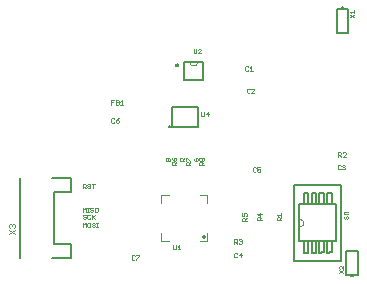
<source format=gto>
G75*
G70*
%OFA0B0*%
%FSLAX24Y24*%
%IPPOS*%
%LPD*%
%AMOC8*
5,1,8,0,0,1.08239X$1,22.5*
%
%ADD10C,0.0020*%
%ADD11C,0.0060*%
%ADD12C,0.0000*%
%ADD13C,0.0010*%
%ADD14C,0.0050*%
%ADD15C,0.0040*%
%ADD16C,0.0139*%
%ADD17C,0.0080*%
D10*
X025606Y006665D02*
X025606Y006805D01*
X025653Y006759D01*
X025699Y006805D01*
X025699Y006665D01*
X025753Y006689D02*
X025777Y006665D01*
X025823Y006665D01*
X025847Y006689D01*
X025847Y006782D01*
X025823Y006805D01*
X025777Y006805D01*
X025753Y006782D01*
X025753Y006689D01*
X025900Y006689D02*
X025924Y006665D01*
X025971Y006665D01*
X025994Y006689D01*
X025994Y006712D01*
X025971Y006735D01*
X025924Y006735D01*
X025900Y006759D01*
X025900Y006782D01*
X025924Y006805D01*
X025971Y006805D01*
X025994Y006782D01*
X026048Y006805D02*
X026095Y006805D01*
X026071Y006805D02*
X026071Y006665D01*
X026048Y006665D02*
X026095Y006665D01*
X025994Y006941D02*
X025924Y007011D01*
X025900Y006988D02*
X025994Y007081D01*
X025900Y007081D02*
X025900Y006941D01*
X025847Y006964D02*
X025823Y006941D01*
X025777Y006941D01*
X025753Y006964D01*
X025753Y007058D01*
X025777Y007081D01*
X025823Y007081D01*
X025847Y007058D01*
X025875Y007177D02*
X025851Y007201D01*
X025875Y007177D02*
X025921Y007177D01*
X025945Y007201D01*
X025945Y007224D01*
X025921Y007247D01*
X025875Y007247D01*
X025851Y007271D01*
X025851Y007294D01*
X025875Y007317D01*
X025921Y007317D01*
X025945Y007294D01*
X025999Y007294D02*
X025999Y007201D01*
X026022Y007177D01*
X026069Y007177D01*
X026092Y007201D01*
X026092Y007294D01*
X026069Y007317D01*
X026022Y007317D01*
X025999Y007294D01*
X025800Y007317D02*
X025753Y007317D01*
X025777Y007317D02*
X025777Y007177D01*
X025800Y007177D02*
X025753Y007177D01*
X025699Y007177D02*
X025699Y007317D01*
X025653Y007271D01*
X025606Y007317D01*
X025606Y007177D01*
X025629Y007081D02*
X025606Y007058D01*
X025606Y007034D01*
X025629Y007011D01*
X025676Y007011D01*
X025699Y006988D01*
X025699Y006964D01*
X025676Y006941D01*
X025629Y006941D01*
X025606Y006964D01*
X025629Y007081D02*
X025676Y007081D01*
X025699Y007058D01*
X025699Y007965D02*
X025653Y008011D01*
X025676Y008011D02*
X025606Y008011D01*
X025606Y007965D02*
X025606Y008105D01*
X025676Y008105D01*
X025699Y008081D01*
X025699Y008035D01*
X025676Y008011D01*
X025753Y007988D02*
X025777Y007965D01*
X025823Y007965D01*
X025847Y007988D01*
X025847Y008011D01*
X025823Y008035D01*
X025777Y008035D01*
X025753Y008058D01*
X025753Y008081D01*
X025777Y008105D01*
X025823Y008105D01*
X025847Y008081D01*
X025900Y008105D02*
X025994Y008105D01*
X025947Y008105D02*
X025947Y007965D01*
X028359Y008870D02*
X028359Y008940D01*
X028382Y008964D01*
X028406Y008964D01*
X028429Y008940D01*
X028429Y008870D01*
X028499Y008870D02*
X028359Y008870D01*
X028429Y008940D02*
X028453Y008964D01*
X028476Y008964D01*
X028499Y008940D01*
X028499Y008870D01*
X028832Y008870D02*
X028832Y008940D01*
X028855Y008964D01*
X028902Y008964D01*
X028925Y008940D01*
X028925Y008870D01*
X028972Y008870D02*
X028832Y008870D01*
X028925Y008917D02*
X028972Y008964D01*
X029304Y008940D02*
X029304Y008893D01*
X029327Y008870D01*
X029421Y008870D01*
X029444Y008893D01*
X029444Y008940D01*
X029421Y008964D01*
X029374Y008964D01*
X029374Y008917D01*
X029327Y008964D02*
X029304Y008940D01*
X029578Y010358D02*
X029625Y010358D01*
X029648Y010382D01*
X029648Y010498D01*
X029702Y010428D02*
X029795Y010428D01*
X029772Y010358D02*
X029772Y010498D01*
X029702Y010428D01*
X029578Y010358D02*
X029555Y010382D01*
X029555Y010498D01*
X029532Y012467D02*
X029438Y012467D01*
X029532Y012560D01*
X029532Y012583D01*
X029508Y012607D01*
X029461Y012607D01*
X029438Y012583D01*
X029384Y012607D02*
X029384Y012490D01*
X029361Y012467D01*
X029314Y012467D01*
X029291Y012490D01*
X029291Y012607D01*
X034503Y013654D02*
X034643Y013748D01*
X034643Y013802D02*
X034643Y013895D01*
X034643Y013848D02*
X034503Y013848D01*
X034550Y013802D01*
X034503Y013748D02*
X034643Y013654D01*
X034441Y007185D02*
X034324Y007185D01*
X034301Y007161D01*
X034301Y007115D01*
X034324Y007091D01*
X034441Y007091D01*
X034417Y007038D02*
X034441Y007014D01*
X034441Y006967D01*
X034417Y006944D01*
X034394Y006944D01*
X034371Y006967D01*
X034347Y006944D01*
X034324Y006944D01*
X034301Y006967D01*
X034301Y007014D01*
X034324Y007038D01*
X034371Y006991D02*
X034371Y006967D01*
X034287Y005371D02*
X034287Y005277D01*
X034193Y005371D01*
X034170Y005371D01*
X034147Y005347D01*
X034147Y005301D01*
X034170Y005277D01*
X034147Y005223D02*
X034287Y005130D01*
X034287Y005223D02*
X034147Y005130D01*
X028853Y005925D02*
X028760Y005925D01*
X028806Y005925D02*
X028806Y006065D01*
X028760Y006018D01*
X028706Y006065D02*
X028706Y005948D01*
X028682Y005925D01*
X028636Y005925D01*
X028612Y005948D01*
X028612Y006065D01*
D11*
X032820Y006203D02*
X034040Y006203D01*
X034040Y007423D01*
X032820Y007423D01*
X032820Y006203D01*
X032970Y006203D02*
X032970Y005813D01*
X033120Y005813D01*
X033120Y006203D01*
X032970Y006203D01*
X033230Y006203D02*
X033230Y005813D01*
X033380Y005813D01*
X033380Y006203D01*
X033230Y006203D01*
X033480Y006203D02*
X033480Y005813D01*
X033630Y005823D01*
X033630Y006203D01*
X033480Y006203D01*
X033740Y006203D02*
X033740Y005813D01*
X033890Y005823D01*
X033890Y006203D01*
X033740Y006203D01*
X033740Y007423D02*
X033740Y007813D01*
X033890Y007813D01*
X033890Y007423D01*
X033740Y007423D01*
X033630Y007423D02*
X033630Y007813D01*
X033480Y007813D01*
X033480Y007423D01*
X033630Y007423D01*
X033380Y007423D02*
X033380Y007813D01*
X033230Y007813D01*
X033230Y007423D01*
X033380Y007423D01*
X033120Y007423D02*
X033120Y007813D01*
X032970Y007803D01*
X032970Y007423D01*
X033120Y007423D01*
X029591Y011554D02*
X028971Y011554D01*
X028971Y012174D01*
X029161Y012174D01*
X029401Y012174D01*
X029591Y012174D01*
X029591Y011554D01*
X028771Y012064D02*
X028770Y012073D01*
X028765Y012082D01*
X028759Y012088D01*
X028750Y012093D01*
X028741Y012094D01*
X028732Y012093D01*
X028723Y012088D01*
X028717Y012082D01*
X028712Y012073D01*
X028711Y012064D01*
X028712Y012055D01*
X028717Y012046D01*
X028723Y012040D01*
X028732Y012035D01*
X028741Y012034D01*
X028750Y012035D01*
X028759Y012040D01*
X028765Y012046D01*
X028770Y012055D01*
X028771Y012064D01*
D12*
X029161Y012174D02*
X029163Y012153D01*
X029168Y012133D01*
X029177Y012114D01*
X029189Y012097D01*
X029204Y012082D01*
X029221Y012070D01*
X029240Y012061D01*
X029260Y012056D01*
X029281Y012054D01*
X029302Y012056D01*
X029322Y012061D01*
X029341Y012070D01*
X029358Y012082D01*
X029373Y012097D01*
X029385Y012114D01*
X029394Y012133D01*
X029399Y012153D01*
X029401Y012174D01*
X032820Y006933D02*
X032841Y006931D01*
X032861Y006926D01*
X032880Y006917D01*
X032897Y006905D01*
X032912Y006890D01*
X032924Y006873D01*
X032933Y006854D01*
X032938Y006834D01*
X032940Y006813D01*
X032938Y006792D01*
X032933Y006772D01*
X032924Y006753D01*
X032912Y006736D01*
X032897Y006721D01*
X032880Y006709D01*
X032861Y006700D01*
X032841Y006695D01*
X032820Y006693D01*
D13*
X032220Y006887D02*
X032070Y006887D01*
X032070Y006962D01*
X032095Y006987D01*
X032145Y006987D01*
X032170Y006962D01*
X032170Y006887D01*
X032170Y006937D02*
X032220Y006987D01*
X032220Y007034D02*
X032220Y007134D01*
X032220Y007084D02*
X032070Y007084D01*
X032120Y007034D01*
X031566Y006987D02*
X031516Y006937D01*
X031516Y006962D02*
X031516Y006887D01*
X031566Y006887D02*
X031416Y006887D01*
X031416Y006962D01*
X031441Y006987D01*
X031491Y006987D01*
X031516Y006962D01*
X031491Y007034D02*
X031491Y007134D01*
X031416Y007109D02*
X031491Y007034D01*
X031566Y007109D02*
X031416Y007109D01*
X031063Y007097D02*
X031063Y007047D01*
X031037Y007022D01*
X030987Y007022D02*
X030962Y007072D01*
X030962Y007097D01*
X030987Y007122D01*
X031037Y007122D01*
X031063Y007097D01*
X030987Y007022D02*
X030912Y007022D01*
X030912Y007122D01*
X030937Y006975D02*
X030987Y006975D01*
X031012Y006950D01*
X031012Y006875D01*
X031012Y006925D02*
X031063Y006975D01*
X031063Y006875D02*
X030912Y006875D01*
X030912Y006950D01*
X030937Y006975D01*
X030872Y006268D02*
X030897Y006243D01*
X030897Y006218D01*
X030872Y006193D01*
X030897Y006168D01*
X030897Y006143D01*
X030872Y006118D01*
X030822Y006118D01*
X030797Y006143D01*
X030750Y006118D02*
X030700Y006168D01*
X030725Y006168D02*
X030650Y006168D01*
X030650Y006118D02*
X030650Y006268D01*
X030725Y006268D01*
X030750Y006243D01*
X030750Y006193D01*
X030725Y006168D01*
X030797Y006243D02*
X030822Y006268D01*
X030872Y006268D01*
X030872Y006193D02*
X030847Y006193D01*
X030876Y005811D02*
X030801Y005736D01*
X030901Y005736D01*
X030876Y005661D02*
X030876Y005811D01*
X030754Y005786D02*
X030729Y005811D01*
X030679Y005811D01*
X030654Y005786D01*
X030654Y005686D01*
X030679Y005661D01*
X030729Y005661D01*
X030754Y005686D01*
X027473Y005696D02*
X027373Y005595D01*
X027373Y005570D01*
X027326Y005595D02*
X027301Y005570D01*
X027251Y005570D01*
X027225Y005595D01*
X027225Y005696D01*
X027251Y005721D01*
X027301Y005721D01*
X027326Y005696D01*
X027373Y005721D02*
X027473Y005721D01*
X027473Y005696D01*
X031272Y008529D02*
X031297Y008504D01*
X031347Y008504D01*
X031372Y008529D01*
X031419Y008529D02*
X031444Y008504D01*
X031494Y008504D01*
X031520Y008529D01*
X031520Y008579D01*
X031494Y008604D01*
X031469Y008604D01*
X031419Y008579D01*
X031419Y008654D01*
X031520Y008654D01*
X031372Y008629D02*
X031347Y008654D01*
X031297Y008654D01*
X031272Y008629D01*
X031272Y008529D01*
X029637Y008733D02*
X029487Y008733D01*
X029487Y008808D01*
X029512Y008833D01*
X029562Y008833D01*
X029587Y008808D01*
X029587Y008733D01*
X029587Y008783D02*
X029637Y008833D01*
X029612Y008881D02*
X029587Y008881D01*
X029562Y008906D01*
X029562Y008956D01*
X029587Y008981D01*
X029612Y008981D01*
X029637Y008956D01*
X029637Y008906D01*
X029612Y008881D01*
X029562Y008906D02*
X029537Y008881D01*
X029512Y008881D01*
X029487Y008906D01*
X029487Y008956D01*
X029512Y008981D01*
X029537Y008981D01*
X029562Y008956D01*
X029185Y008881D02*
X029160Y008881D01*
X029059Y008981D01*
X029034Y008981D01*
X029034Y008881D01*
X029059Y008833D02*
X029109Y008833D01*
X029135Y008808D01*
X029135Y008733D01*
X029185Y008733D02*
X029034Y008733D01*
X029034Y008808D01*
X029059Y008833D01*
X029135Y008783D02*
X029185Y008833D01*
X028708Y008833D02*
X028658Y008783D01*
X028658Y008808D02*
X028658Y008733D01*
X028708Y008733D02*
X028558Y008733D01*
X028558Y008808D01*
X028583Y008833D01*
X028633Y008833D01*
X028658Y008808D01*
X028633Y008881D02*
X028633Y008956D01*
X028658Y008981D01*
X028683Y008981D01*
X028708Y008956D01*
X028708Y008906D01*
X028683Y008881D01*
X028633Y008881D01*
X028583Y008931D01*
X028558Y008981D01*
X026799Y010174D02*
X026799Y010199D01*
X026774Y010224D01*
X026699Y010224D01*
X026699Y010174D01*
X026724Y010149D01*
X026774Y010149D01*
X026799Y010174D01*
X026749Y010274D02*
X026699Y010224D01*
X026652Y010174D02*
X026627Y010149D01*
X026577Y010149D01*
X026552Y010174D01*
X026552Y010274D01*
X026577Y010299D01*
X026627Y010299D01*
X026652Y010274D01*
X026749Y010274D02*
X026799Y010299D01*
X026774Y010753D02*
X026699Y010753D01*
X026699Y010903D01*
X026774Y010903D01*
X026799Y010878D01*
X026799Y010853D01*
X026774Y010828D01*
X026699Y010828D01*
X026774Y010828D02*
X026799Y010803D01*
X026799Y010778D01*
X026774Y010753D01*
X026846Y010753D02*
X026946Y010753D01*
X026896Y010753D02*
X026896Y010903D01*
X026846Y010853D01*
X026652Y010903D02*
X026552Y010903D01*
X026552Y010753D01*
X026552Y010828D02*
X026602Y010828D01*
X031067Y011159D02*
X031092Y011134D01*
X031142Y011134D01*
X031167Y011159D01*
X031215Y011134D02*
X031315Y011234D01*
X031315Y011259D01*
X031290Y011284D01*
X031240Y011284D01*
X031215Y011259D01*
X031167Y011259D02*
X031142Y011284D01*
X031092Y011284D01*
X031067Y011259D01*
X031067Y011159D01*
X031215Y011134D02*
X031315Y011134D01*
X031268Y011882D02*
X031167Y011882D01*
X031218Y011882D02*
X031218Y012032D01*
X031167Y011982D01*
X031120Y012007D02*
X031095Y012032D01*
X031045Y012032D01*
X031020Y012007D01*
X031020Y011907D01*
X031045Y011882D01*
X031095Y011882D01*
X031120Y011907D01*
X034111Y009165D02*
X034186Y009165D01*
X034211Y009140D01*
X034211Y009090D01*
X034186Y009065D01*
X034111Y009065D01*
X034111Y009015D02*
X034111Y009165D01*
X034161Y009065D02*
X034211Y009015D01*
X034259Y009015D02*
X034359Y009115D01*
X034359Y009140D01*
X034334Y009165D01*
X034284Y009165D01*
X034259Y009140D01*
X034259Y009015D02*
X034359Y009015D01*
X034314Y008744D02*
X034339Y008719D01*
X034339Y008694D01*
X034314Y008669D01*
X034339Y008644D01*
X034339Y008619D01*
X034314Y008594D01*
X034264Y008594D01*
X034239Y008619D01*
X034192Y008619D02*
X034167Y008594D01*
X034117Y008594D01*
X034092Y008619D01*
X034092Y008719D01*
X034117Y008744D01*
X034167Y008744D01*
X034192Y008719D01*
X034239Y008719D02*
X034264Y008744D01*
X034314Y008744D01*
X034314Y008669D02*
X034289Y008669D01*
D14*
X034218Y008073D02*
X032643Y008073D01*
X032643Y007994D01*
X032643Y005632D01*
X032643Y005553D01*
X034218Y005553D01*
X034218Y008073D01*
X029446Y009994D02*
X028580Y009994D01*
X028580Y010663D01*
X029446Y010663D01*
X029446Y009994D01*
X028462Y010014D02*
X028464Y010022D01*
X028469Y010029D01*
X028476Y010033D01*
X028484Y010034D01*
X028492Y010031D01*
X028498Y010026D01*
X028502Y010018D01*
X028502Y010010D01*
X028498Y010002D01*
X028492Y009997D01*
X028484Y009994D01*
X028476Y009995D01*
X028469Y009999D01*
X028464Y010006D01*
X028462Y010014D01*
X034060Y013151D02*
X034060Y013939D01*
X034454Y013939D01*
X034454Y013151D01*
X034060Y013151D01*
X034237Y013978D02*
X034239Y013986D01*
X034244Y013993D01*
X034251Y013997D01*
X034259Y013998D01*
X034267Y013995D01*
X034273Y013990D01*
X034277Y013982D01*
X034277Y013974D01*
X034273Y013966D01*
X034267Y013961D01*
X034259Y013958D01*
X034251Y013959D01*
X034244Y013963D01*
X034239Y013970D01*
X034237Y013978D01*
X034375Y005868D02*
X034769Y005868D01*
X034769Y005081D01*
X034375Y005081D01*
X034375Y005868D01*
X034552Y005041D02*
X034554Y005049D01*
X034559Y005056D01*
X034566Y005060D01*
X034574Y005061D01*
X034582Y005058D01*
X034588Y005053D01*
X034592Y005045D01*
X034592Y005037D01*
X034588Y005029D01*
X034582Y005024D01*
X034574Y005021D01*
X034566Y005022D01*
X034559Y005026D01*
X034554Y005033D01*
X034552Y005041D01*
D15*
X023351Y006565D02*
X023151Y006431D01*
X023151Y006565D02*
X023351Y006431D01*
X023318Y006652D02*
X023351Y006686D01*
X023351Y006752D01*
X023318Y006786D01*
X023285Y006786D01*
X023251Y006752D01*
X023251Y006719D01*
X023251Y006752D02*
X023218Y006786D01*
X023185Y006786D01*
X023151Y006752D01*
X023151Y006686D01*
X023185Y006652D01*
X028218Y006459D02*
X028218Y006203D01*
X028474Y006203D01*
X029497Y006203D02*
X029753Y006203D01*
X029753Y006459D01*
X029753Y007482D02*
X029753Y007738D01*
X029497Y007738D01*
X028474Y007738D02*
X028218Y007738D01*
X028218Y007482D01*
D16*
X029625Y006331D03*
D17*
X025190Y006112D02*
X025190Y005640D01*
X024560Y005640D01*
X024639Y006112D02*
X025190Y006112D01*
X024639Y006112D02*
X024639Y007844D01*
X025190Y007844D01*
X025190Y008317D01*
X024560Y008317D01*
X023497Y008317D02*
X023497Y005640D01*
M02*

</source>
